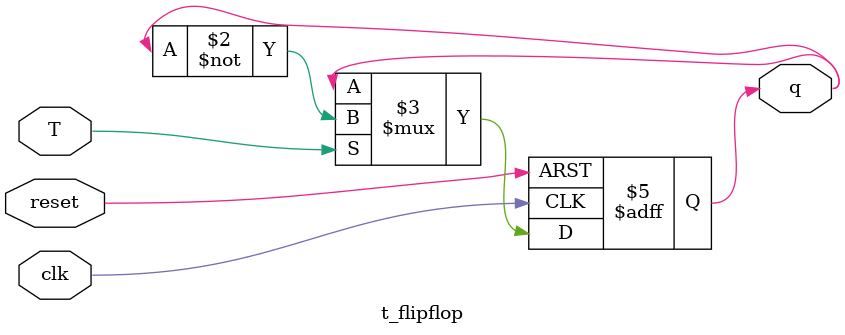
<source format=sv>
`timescale 1ns / 1ps


module t_flipflop(
    input logic clk,
    input logic reset, // Reset sinyali
    input logic T,     // Toggle sinyali
    output reg q
);

    always @(posedge clk or posedge reset) begin
        if (reset) begin
            q <= 1'b0;  // Reset durumunda Q sıfırlanır
        end else begin
            if (T) begin
                q <= ~q;  // Toggle durumu
            end
            //T = 0 ise Q değişmez
        end
    end
endmodule

</source>
